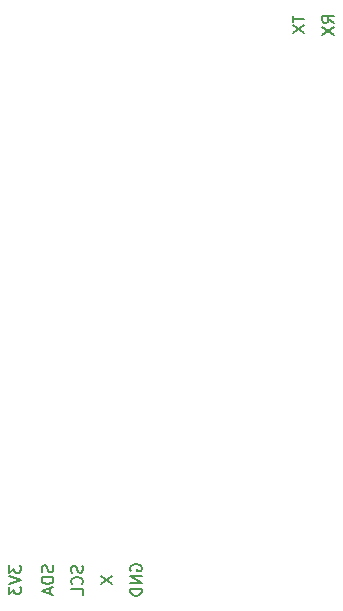
<source format=gbr>
G04 #@! TF.GenerationSoftware,KiCad,Pcbnew,(5.1.5-0-10_14)*
G04 #@! TF.CreationDate,2020-04-19T16:00:30+10:00*
G04 #@! TF.ProjectId,etch-a-sketch,65746368-2d61-42d7-936b-657463682e6b,rev?*
G04 #@! TF.SameCoordinates,Original*
G04 #@! TF.FileFunction,Legend,Bot*
G04 #@! TF.FilePolarity,Positive*
%FSLAX46Y46*%
G04 Gerber Fmt 4.6, Leading zero omitted, Abs format (unit mm)*
G04 Created by KiCad (PCBNEW (5.1.5-0-10_14)) date 2020-04-19 16:00:30*
%MOMM*%
%LPD*%
G04 APERTURE LIST*
%ADD10C,0.150000*%
G04 APERTURE END LIST*
D10*
X74750000Y-72988095D02*
X74702380Y-72892857D01*
X74702380Y-72750000D01*
X74750000Y-72607142D01*
X74845238Y-72511904D01*
X74940476Y-72464285D01*
X75130952Y-72416666D01*
X75273809Y-72416666D01*
X75464285Y-72464285D01*
X75559523Y-72511904D01*
X75654761Y-72607142D01*
X75702380Y-72750000D01*
X75702380Y-72845238D01*
X75654761Y-72988095D01*
X75607142Y-73035714D01*
X75273809Y-73035714D01*
X75273809Y-72845238D01*
X75702380Y-73464285D02*
X74702380Y-73464285D01*
X75702380Y-74035714D01*
X74702380Y-74035714D01*
X75702380Y-74511904D02*
X74702380Y-74511904D01*
X74702380Y-74750000D01*
X74750000Y-74892857D01*
X74845238Y-74988095D01*
X74940476Y-75035714D01*
X75130952Y-75083333D01*
X75273809Y-75083333D01*
X75464285Y-75035714D01*
X75559523Y-74988095D01*
X75654761Y-74892857D01*
X75702380Y-74750000D01*
X75702380Y-74511904D01*
X72202380Y-73416666D02*
X73202380Y-74083333D01*
X72202380Y-74083333D02*
X73202380Y-73416666D01*
X70654761Y-72559523D02*
X70702380Y-72702380D01*
X70702380Y-72940476D01*
X70654761Y-73035714D01*
X70607142Y-73083333D01*
X70511904Y-73130952D01*
X70416666Y-73130952D01*
X70321428Y-73083333D01*
X70273809Y-73035714D01*
X70226190Y-72940476D01*
X70178571Y-72750000D01*
X70130952Y-72654761D01*
X70083333Y-72607142D01*
X69988095Y-72559523D01*
X69892857Y-72559523D01*
X69797619Y-72607142D01*
X69750000Y-72654761D01*
X69702380Y-72750000D01*
X69702380Y-72988095D01*
X69750000Y-73130952D01*
X70607142Y-74130952D02*
X70654761Y-74083333D01*
X70702380Y-73940476D01*
X70702380Y-73845238D01*
X70654761Y-73702380D01*
X70559523Y-73607142D01*
X70464285Y-73559523D01*
X70273809Y-73511904D01*
X70130952Y-73511904D01*
X69940476Y-73559523D01*
X69845238Y-73607142D01*
X69750000Y-73702380D01*
X69702380Y-73845238D01*
X69702380Y-73940476D01*
X69750000Y-74083333D01*
X69797619Y-74130952D01*
X70702380Y-75035714D02*
X70702380Y-74559523D01*
X69702380Y-74559523D01*
X68154761Y-72535714D02*
X68202380Y-72678571D01*
X68202380Y-72916666D01*
X68154761Y-73011904D01*
X68107142Y-73059523D01*
X68011904Y-73107142D01*
X67916666Y-73107142D01*
X67821428Y-73059523D01*
X67773809Y-73011904D01*
X67726190Y-72916666D01*
X67678571Y-72726190D01*
X67630952Y-72630952D01*
X67583333Y-72583333D01*
X67488095Y-72535714D01*
X67392857Y-72535714D01*
X67297619Y-72583333D01*
X67250000Y-72630952D01*
X67202380Y-72726190D01*
X67202380Y-72964285D01*
X67250000Y-73107142D01*
X68202380Y-73535714D02*
X67202380Y-73535714D01*
X67202380Y-73773809D01*
X67250000Y-73916666D01*
X67345238Y-74011904D01*
X67440476Y-74059523D01*
X67630952Y-74107142D01*
X67773809Y-74107142D01*
X67964285Y-74059523D01*
X68059523Y-74011904D01*
X68154761Y-73916666D01*
X68202380Y-73773809D01*
X68202380Y-73535714D01*
X67916666Y-74488095D02*
X67916666Y-74964285D01*
X68202380Y-74392857D02*
X67202380Y-74726190D01*
X68202380Y-75059523D01*
X64452380Y-72511904D02*
X64452380Y-73130952D01*
X64833333Y-72797619D01*
X64833333Y-72940476D01*
X64880952Y-73035714D01*
X64928571Y-73083333D01*
X65023809Y-73130952D01*
X65261904Y-73130952D01*
X65357142Y-73083333D01*
X65404761Y-73035714D01*
X65452380Y-72940476D01*
X65452380Y-72654761D01*
X65404761Y-72559523D01*
X65357142Y-72511904D01*
X64452380Y-73416666D02*
X65452380Y-73750000D01*
X64452380Y-74083333D01*
X64452380Y-74321428D02*
X64452380Y-74940476D01*
X64833333Y-74607142D01*
X64833333Y-74750000D01*
X64880952Y-74845238D01*
X64928571Y-74892857D01*
X65023809Y-74940476D01*
X65261904Y-74940476D01*
X65357142Y-74892857D01*
X65404761Y-74845238D01*
X65452380Y-74750000D01*
X65452380Y-74464285D01*
X65404761Y-74369047D01*
X65357142Y-74321428D01*
X91952380Y-26583333D02*
X91476190Y-26250000D01*
X91952380Y-26011904D02*
X90952380Y-26011904D01*
X90952380Y-26392857D01*
X91000000Y-26488095D01*
X91047619Y-26535714D01*
X91142857Y-26583333D01*
X91285714Y-26583333D01*
X91380952Y-26535714D01*
X91428571Y-26488095D01*
X91476190Y-26392857D01*
X91476190Y-26011904D01*
X90952380Y-26916666D02*
X91952380Y-27583333D01*
X90952380Y-27583333D02*
X91952380Y-26916666D01*
X88452380Y-25988095D02*
X88452380Y-26559523D01*
X89452380Y-26273809D02*
X88452380Y-26273809D01*
X88452380Y-26797619D02*
X89452380Y-27464285D01*
X88452380Y-27464285D02*
X89452380Y-26797619D01*
M02*

</source>
